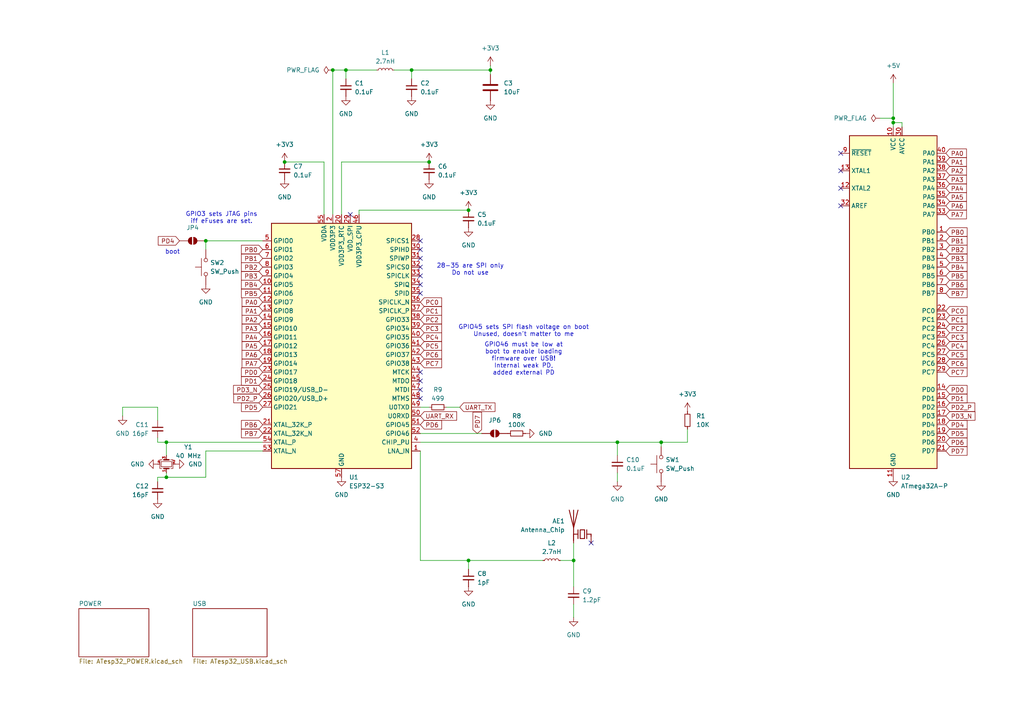
<source format=kicad_sch>
(kicad_sch (version 20231120) (generator "eeschema") (generator_version "8.0")
  (paper "A4")
  (lib_symbols
    (symbol "Device:Antenna_Chip" (pin_numbers hide) (pin_names (offset 1.016) hide)
      (property "Reference" "AE" (at 0 5.08 0))
      (property "Value" "Antenna_Chip" (at 0 3.175 0))
      (symbol "Antenna_Chip_0_1"
        (polyline (pts (xy -2.54 0) (xy -2.54 -0.635)) (stroke (width 0.254)))
        (polyline (pts (xy -2.54 0) (xy -1.27 0)) (stroke (width 0.254)))
        (polyline (pts (xy 1.27 0) (xy 2.54 0)) (stroke (width 0.254)))
        (polyline (pts (xy 1.27 1.27) (xy 1.27 -1.27)) (stroke (width 0.254)))
        (polyline (pts (xy 2.54 -0.635) (xy 2.54 0)))
        (polyline (pts (xy 2.54 6.985) (xy 2.54 -1.905)) (stroke (width 0.254)))
        (polyline (pts (xy -1.27 1.27) (xy -1.27 -1.27) (xy -1.27 0)) (stroke (width 0.254)))
        (polyline (pts (xy 3.81 6.985) (xy 2.54 1.905) (xy 1.27 6.985)) (stroke (width 0.254)))
        (polyline (pts (xy -0.635 1.27) (xy 0.635 1.27) (xy 0.635 -1.27) (xy -0.635 -1.27) (xy -0.635 1.27)) (stroke (width 0.254)))
      )
      (symbol "Antenna_Chip_1_1"
        (pin input line (at -2.54 -2.54 90) (length 2.54) (name "FEED") (number "1"))
        (pin passive line (at 2.54 -2.54 90) (length 2.54) (name "PCB_Trace") (number "2"))
      )
    )
    (symbol "Device:C" (pin_numbers hide) (pin_names (offset 0.254))
      (property "Reference" "C" (at 0.635 2.54 0))
      (property "Value" "C" (at 0.635 -2.54 0))
      (symbol "C_0_1"
        (polyline (pts (xy -2.032 -0.762) (xy 2.032 -0.762)) (stroke (width 0.508)))
        (polyline (pts (xy -2.032 0.762) (xy 2.032 0.762)) (stroke (width 0.508)))
      )
      (symbol "C_1_1"
        (pin passive line (at 0 3.81 270) (length 2.794) (name "~") (number "1"))
        (pin passive line (at 0 -3.81 90) (length 2.794) (name "~") (number "2"))
      )
    )
    (symbol "Device:C_Small" (pin_numbers hide) (pin_names (offset 0.254) hide)
      (property "Reference" "C" (at 0.254 1.778 0))
      (property "Value" "C_Small" (at 0.254 -2.032 0))
      (symbol "C_Small_0_1"
        (polyline (pts (xy -1.524 -0.508) (xy 1.524 -0.508)) (stroke (width 0.3302)))
        (polyline (pts (xy -1.524 0.508) (xy 1.524 0.508)) (stroke (width 0.3048)))
      )
      (symbol "C_Small_1_1"
        (pin passive line (at 0 2.54 270) (length 2.032) (name "~") (number "1"))
        (pin passive line (at 0 -2.54 90) (length 2.032) (name "~") (number "2"))
      )
    )
    (symbol "Device:Crystal_GND24_Small" (pin_names (offset 1.016) hide)
      (property "Reference" "Y" (at 1.27 4.445 0))
      (property "Value" "Crystal_GND24_Small" (at 1.27 2.54 0))
      (symbol "Crystal_GND24_Small_0_1"
        (rectangle (start -0.762 -1.524) (end 0.762 1.524))
        (polyline (pts (xy -1.27 -0.762) (xy -1.27 0.762)) (stroke (width 0.381)))
        (polyline (pts (xy 1.27 -0.762) (xy 1.27 0.762)) (stroke (width 0.381)))
        (polyline (pts (xy -1.27 -1.27) (xy -1.27 -1.905) (xy 1.27 -1.905) (xy 1.27 -1.27)))
        (polyline (pts (xy -1.27 1.27) (xy -1.27 1.905) (xy 1.27 1.905) (xy 1.27 1.27)))
      )
      (symbol "Crystal_GND24_Small_1_1"
        (pin passive line (at -2.54 0 0) (length 1.27) (name "1") (number "1"))
        (pin passive line (at 0 -2.54 90) (length 0.635) (name "2") (number "2"))
        (pin passive line (at 2.54 0 180) (length 1.27) (name "3") (number "3"))
        (pin passive line (at 0 2.54 270) (length 0.635) (name "4") (number "4"))
      )
    )
    (symbol "Device:L_Small" (pin_numbers hide) (pin_names (offset 0.254) hide)
      (property "Reference" "L" (at 0.762 1.016 0))
      (property "Value" "L_Small" (at 0.762 -1.016 0))
      (symbol "L_Small_0_1"
        (arc (start 0 -2.032) (mid 0.5058 -1.524) (end 0 -1.016))
        (arc (start 0 -1.016) (mid 0.5058 -0.508) (end 0 0))
        (arc (start 0 0) (mid 0.5058 0.508) (end 0 1.016))
        (arc (start 0 1.016) (mid 0.5058 1.524) (end 0 2.032))
      )
      (symbol "L_Small_1_1"
        (pin passive line (at 0 2.54 270) (length 0.508) (name "~") (number "1"))
        (pin passive line (at 0 -2.54 90) (length 0.508) (name "~") (number "2"))
      )
    )
    (symbol "Device:R_Small" (pin_numbers hide) (pin_names (offset 0.254) hide)
      (property "Reference" "R" (at 0.762 0.508 0))
      (property "Value" "R_Small" (at 0.762 -1.016 0))
      (symbol "R_Small_0_1"
        (rectangle (start -0.762 1.778) (end 0.762 -1.778) (stroke (width 0.2032)))
      )
      (symbol "R_Small_1_1"
        (pin passive line (at 0 2.54 270) (length 0.762) (name "~") (number "1"))
        (pin passive line (at 0 -2.54 90) (length 0.762) (name "~") (number "2"))
      )
    )
    (symbol "Jumper:SolderJumper_2_Open" (pin_numbers hide) (pin_names (offset 0) hide) (exclude_from_sim yes) (in_bom no)
      (property "Reference" "JP" (at 0 2.032 0))
      (property "Value" "SolderJumper_2_Open" (at 0 -2.54 0))
      (symbol "SolderJumper_2_Open_0_1"
        (arc (start -0.254 1.016) (mid -1.2656 0) (end -0.254 -1.016))
        (arc (start -0.254 1.016) (mid -1.2656 0) (end -0.254 -1.016) (fill (type outline)))
        (polyline (pts (xy -0.254 1.016) (xy -0.254 -1.016)))
        (polyline (pts (xy 0.254 1.016) (xy 0.254 -1.016)))
        (arc (start 0.254 -1.016) (mid 1.2656 0) (end 0.254 1.016))
        (arc (start 0.254 -1.016) (mid 1.2656 0) (end 0.254 1.016) (fill (type outline)))
      )
      (symbol "SolderJumper_2_Open_1_1"
        (pin passive line (at -3.81 0 0) (length 2.54) (name "A") (number "1"))
        (pin passive line (at 3.81 0 180) (length 2.54) (name "B") (number "2"))
      )
    )
    (symbol "MCU_Espressif:ESP32-S3"
      (property "Reference" "U" (at 10.16 -38.1 0))
      (property "Value" "ESP32-S3" (at 13.97 -40.64 0))
      (symbol "ESP32-S3_0_1"
        (rectangle (start -20.32 35.56) (end 20.32 -35.56) (stroke (width 0.254)) (fill (type background)))
      )
      (symbol "ESP32-S3_1_0"
        (pin bidirectional line (at 22.86 12.7 180) (length 2.54) (name "SPICLK_N") (number "36"))
        (pin bidirectional line (at 22.86 -10.16 180) (length 2.54) (name "MTDO") (number "45"))
        (pin bidirectional line (at 22.86 -22.86 180) (length 2.54) (name "GPIO45") (number "51"))
        (pin passive line (at -5.08 38.1 270) (length 2.54) hide (name "VDDA") (number "56"))
      )
      (symbol "ESP32-S3_1_1"
        (pin bidirectional line (at 22.86 -30.48 180) (length 2.54) (name "LNA_IN") (number "1"))
        (pin bidirectional line (at -22.86 17.78 0) (length 2.54) (name "GPIO5") (number "10"))
        (pin bidirectional line (at -22.86 15.24 0) (length 2.54) (name "GPIO6") (number "11"))
        (pin bidirectional line (at -22.86 12.7 0) (length 2.54) (name "GPIO7") (number "12"))
        (pin bidirectional line (at -22.86 10.16 0) (length 2.54) (name "GPIO8") (number "13"))
        (pin bidirectional line (at -22.86 7.62 0) (length 2.54) (name "GPIO9") (number "14"))
        (pin bidirectional line (at -22.86 5.08 0) (length 2.54) (name "GPIO10") (number "15"))
        (pin bidirectional line (at -22.86 2.54 0) (length 2.54) (name "GPIO11") (number "16"))
        (pin bidirectional line (at -22.86 0 0) (length 2.54) (name "GPIO12") (number "17"))
        (pin bidirectional line (at -22.86 -2.54 0) (length 2.54) (name "GPIO13") (number "18"))
        (pin bidirectional line (at -22.86 -5.08 0) (length 2.54) (name "GPIO14") (number "19"))
        (pin power_in line (at -2.54 38.1 270) (length 2.54) (name "VDD3P3") (number "2"))
        (pin power_in line (at 0 38.1 270) (length 2.54) (name "VDD3P3_RTC") (number "20"))
        (pin passive line (at -22.86 -22.86 0) (length 2.54) (name "XTAL_32K_P") (number "21"))
        (pin passive line (at -22.86 -25.4 0) (length 2.54) (name "XTAL_32K_N") (number "22"))
        (pin bidirectional line (at -22.86 -7.62 0) (length 2.54) (name "GPIO17") (number "23"))
        (pin bidirectional line (at -22.86 -10.16 0) (length 2.54) (name "GPIO18") (number "24"))
        (pin bidirectional line (at -22.86 -12.7 0) (length 2.54) (name "GPIO19/USB_D-") (number "25"))
        (pin bidirectional line (at -22.86 -15.24 0) (length 2.54) (name "GPIO20/USB_D+") (number "26"))
        (pin bidirectional line (at -22.86 -17.78 0) (length 2.54) (name "GPIO21") (number "27"))
        (pin bidirectional line (at 22.86 30.48 180) (length 2.54) (name "SPICS1") (number "28"))
        (pin power_in line (at 2.54 38.1 270) (length 2.54) (name "VDD_SPI") (number "29"))
        (pin passive line (at -2.54 38.1 270) (length 2.54) hide (name "VDD3P3") (number "3"))
        (pin bidirectional line (at 22.86 27.94 180) (length 2.54) (name "SPIHD") (number "30"))
        (pin bidirectional line (at 22.86 25.4 180) (length 2.54) (name "SPIWP") (number "31"))
        (pin bidirectional line (at 22.86 22.86 180) (length 2.54) (name "SPICS0") (number "32"))
        (pin bidirectional line (at 22.86 20.32 180) (length 2.54) (name "SPICLK") (number "33"))
        (pin bidirectional line (at 22.86 17.78 180) (length 2.54) (name "SPIQ") (number "34"))
        (pin bidirectional line (at 22.86 15.24 180) (length 2.54) (name "SPID") (number "35"))
        (pin bidirectional line (at 22.86 10.16 180) (length 2.54) (name "SPICLK_P") (number "37"))
        (pin bidirectional line (at 22.86 7.62 180) (length 2.54) (name "GPIO33") (number "38"))
        (pin bidirectional line (at 22.86 5.08 180) (length 2.54) (name "GPIO34") (number "39"))
        (pin input line (at 22.86 -27.94 180) (length 2.54) (name "CHIP_PU") (number "4"))
        (pin bidirectional line (at 22.86 2.54 180) (length 2.54) (name "GPIO35") (number "40"))
        (pin bidirectional line (at 22.86 0 180) (length 2.54) (name "GPIO36") (number "41"))
        (pin bidirectional line (at 22.86 -2.54 180) (length 2.54) (name "GPIO37") (number "42"))
        (pin bidirectional line (at 22.86 -5.08 180) (length 2.54) (name "GPIO38") (number "43"))
        (pin bidirectional line (at 22.86 -7.62 180) (length 2.54) (name "MTCK") (number "44"))
        (pin power_in line (at 5.08 38.1 270) (length 2.54) (name "VDD3P3_CPU") (number "46"))
        (pin bidirectional line (at 22.86 -12.7 180) (length 2.54) (name "MTDI") (number "47"))
        (pin bidirectional line (at 22.86 -15.24 180) (length 2.54) (name "MTMS") (number "48"))
        (pin bidirectional line (at 22.86 -17.78 180) (length 2.54) (name "U0TXD") (number "49"))
        (pin bidirectional line (at -22.86 30.48 0) (length 2.54) (name "GPIO0") (number "5"))
        (pin bidirectional line (at 22.86 -20.32 180) (length 2.54) (name "U0RXD") (number "50"))
        (pin bidirectional line (at 22.86 -25.4 180) (length 2.54) (name "GPIO46") (number "52"))
        (pin output line (at -22.86 -30.48 0) (length 2.54) (name "XTAL_N") (number "53"))
        (pin input line (at -22.86 -27.94 0) (length 2.54) (name "XTAL_P") (number "54"))
        (pin power_in line (at -5.08 38.1 270) (length 2.54) (name "VDDA") (number "55"))
        (pin power_in line (at 0 -38.1 90) (length 2.54) (name "GND") (number "57"))
        (pin bidirectional line (at -22.86 27.94 0) (length 2.54) (name "GPIO1") (number "6"))
        (pin bidirectional line (at -22.86 25.4 0) (length 2.54) (name "GPIO2") (number "7"))
        (pin bidirectional line (at -22.86 22.86 0) (length 2.54) (name "GPIO3") (number "8"))
        (pin bidirectional line (at -22.86 20.32 0) (length 2.54) (name "GPIO4") (number "9"))
      )
    )
    (symbol "MCU_Microchip_ATmega:ATmega32A-P"
      (property "Reference" "U" (at -12.7 49.53 0))
      (property "Value" "ATmega32A-P" (at 2.54 -49.53 0))
      (symbol "ATmega32A-P_0_1"
        (rectangle (start -12.7 -48.26) (end 12.7 48.26) (stroke (width 0.254)) (fill (type background)))
      )
      (symbol "ATmega32A-P_1_1"
        (pin bidirectional line (at 15.24 20.32 180) (length 2.54) (name "PB0") (number "1"))
        (pin power_in line (at 0 50.8 270) (length 2.54) (name "VCC") (number "10"))
        (pin power_in line (at 0 -50.8 90) (length 2.54) (name "GND") (number "11"))
        (pin output line (at -15.24 33.02 0) (length 2.54) (name "XTAL2") (number "12"))
        (pin input line (at -15.24 38.1 0) (length 2.54) (name "XTAL1") (number "13"))
        (pin bidirectional line (at 15.24 -25.4 180) (length 2.54) (name "PD0") (number "14"))
        (pin bidirectional line (at 15.24 -27.94 180) (length 2.54) (name "PD1") (number "15"))
        (pin bidirectional line (at 15.24 -30.48 180) (length 2.54) (name "PD2") (number "16"))
        (pin bidirectional line (at 15.24 -33.02 180) (length 2.54) (name "PD3") (number "17"))
        (pin bidirectional line (at 15.24 -35.56 180) (length 2.54) (name "PD4") (number "18"))
        (pin bidirectional line (at 15.24 -38.1 180) (length 2.54) (name "PD5") (number "19"))
        (pin bidirectional line (at 15.24 17.78 180) (length 2.54) (name "PB1") (number "2"))
        (pin bidirectional line (at 15.24 -40.64 180) (length 2.54) (name "PD6") (number "20"))
        (pin bidirectional line (at 15.24 -43.18 180) (length 2.54) (name "PD7") (number "21"))
        (pin bidirectional line (at 15.24 -2.54 180) (length 2.54) (name "PC0") (number "22"))
        (pin bidirectional line (at 15.24 -5.08 180) (length 2.54) (name "PC1") (number "23"))
        (pin bidirectional line (at 15.24 -7.62 180) (length 2.54) (name "PC2") (number "24"))
        (pin bidirectional line (at 15.24 -10.16 180) (length 2.54) (name "PC3") (number "25"))
        (pin bidirectional line (at 15.24 -12.7 180) (length 2.54) (name "PC4") (number "26"))
        (pin bidirectional line (at 15.24 -15.24 180) (length 2.54) (name "PC5") (number "27"))
        (pin bidirectional line (at 15.24 -17.78 180) (length 2.54) (name "PC6") (number "28"))
        (pin bidirectional line (at 15.24 -20.32 180) (length 2.54) (name "PC7") (number "29"))
        (pin bidirectional line (at 15.24 15.24 180) (length 2.54) (name "PB2") (number "3"))
        (pin power_in line (at 2.54 50.8 270) (length 2.54) (name "AVCC") (number "30"))
        (pin passive line (at 0 -50.8 90) (length 2.54) hide (name "GND") (number "31"))
        (pin passive line (at -15.24 27.94 0) (length 2.54) (name "AREF") (number "32"))
        (pin bidirectional line (at 15.24 25.4 180) (length 2.54) (name "PA7") (number "33"))
        (pin bidirectional line (at 15.24 27.94 180) (length 2.54) (name "PA6") (number "34"))
        (pin bidirectional line (at 15.24 30.48 180) (length 2.54) (name "PA5") (number "35"))
        (pin bidirectional line (at 15.24 33.02 180) (length 2.54) (name "PA4") (number "36"))
        (pin bidirectional line (at 15.24 35.56 180) (length 2.54) (name "PA3") (number "37"))
        (pin bidirectional line (at 15.24 38.1 180) (length 2.54) (name "PA2") (number "38"))
        (pin bidirectional line (at 15.24 40.64 180) (length 2.54) (name "PA1") (number "39"))
        (pin bidirectional line (at 15.24 12.7 180) (length 2.54) (name "PB3") (number "4"))
        (pin bidirectional line (at 15.24 43.18 180) (length 2.54) (name "PA0") (number "40"))
        (pin bidirectional line (at 15.24 10.16 180) (length 2.54) (name "PB4") (number "5"))
        (pin bidirectional line (at 15.24 7.62 180) (length 2.54) (name "PB5") (number "6"))
        (pin bidirectional line (at 15.24 5.08 180) (length 2.54) (name "PB6") (number "7"))
        (pin bidirectional line (at 15.24 2.54 180) (length 2.54) (name "PB7") (number "8"))
        (pin input line (at -15.24 43.18 0) (length 2.54) (name "~{RESET}") (number "9"))
      )
    )
    (symbol "Switch:SW_Push" (pin_numbers hide) (pin_names (offset 1.016) hide)
      (property "Reference" "SW" (at 1.27 2.54 0))
      (property "Value" "SW_Push" (at 0 -1.524 0))
      (symbol "SW_Push_0_1"
        (circle (center -2.032 0) (radius 0.508))
        (polyline (pts (xy 0 1.27) (xy 0 3.048)))
        (polyline (pts (xy 2.54 1.27) (xy -2.54 1.27)))
        (circle (center 2.032 0) (radius 0.508))
        (pin passive line (at -5.08 0 0) (length 2.54) (name "1") (number "1"))
        (pin passive line (at 5.08 0 180) (length 2.54) (name "2") (number "2"))
      )
    )
    (symbol "power:+3V3" (power) (pin_numbers hide) (pin_names (offset 0) hide)
      (property "Value" "+3V3" (at 0 3.556 0))
      (symbol "+3V3_0_1"
        (polyline (pts (xy -0.762 1.27) (xy 0 2.54)))
        (polyline (pts (xy 0 0) (xy 0 2.54)))
        (polyline (pts (xy 0 2.54) (xy 0.762 1.27)))
      )
      (symbol "+3V3_1_1"
        (pin power_in line (at 0 0 90) (length 0) (name "~") (number "1"))
      )
    )
    (symbol "power:+5V" (power) (pin_numbers hide) (pin_names (offset 0) hide)
      (property "Value" "+5V" (at 0 3.556 0))
      (symbol "+5V_0_1"
        (polyline (pts (xy -0.762 1.27) (xy 0 2.54)))
        (polyline (pts (xy 0 0) (xy 0 2.54)))
        (polyline (pts (xy 0 2.54) (xy 0.762 1.27)))
      )
      (symbol "+5V_1_1"
        (pin power_in line (at 0 0 90) (length 0) (name "~") (number "1"))
      )
    )
    (symbol "power:GND" (power) (pin_numbers hide) (pin_names (offset 0) hide)
      (property "Value" "GND" (at 0 -3.81 0))
      (symbol "GND_0_1"
        (polyline (pts (xy 0 0) (xy 0 -1.27) (xy 1.27 -1.27) (xy 0 -2.54) (xy -1.27 -1.27) (xy 0 -1.27)))
      )
      (symbol "GND_1_1"
        (pin power_in line (at 0 0 270) (length 0) (name "~") (number "1"))
      )
    )
    (symbol "power:PWR_FLAG" (power) (pin_numbers hide) (pin_names (offset 0) hide)
      (property "Value" "PWR_FLAG" (at 0 3.81 0))
      (symbol "PWR_FLAG_0_0"
        (pin power_out line (at 0 0 90) (length 0) (name "~") (number "1"))
      )
      (symbol "PWR_FLAG_0_1"
        (polyline (pts (xy 0 0) (xy 0 1.27) (xy -1.016 1.905) (xy 0 2.54) (xy 1.016 1.905) (xy 0 1.27)))
      )
    )
  )
  (junction (at 259.08 34.29))
  (junction (at 48.26 128.27))
  (junction (at 59.69 69.85))
  (junction (at 48.26 138.43))
  (junction (at 191.77 128.27))
  (junction (at 135.89 162.56))
  (junction (at 124.46 46.99))
  (junction (at 142.24 20.32))
  (junction (at 119.38 20.32))
  (junction (at 96.52 20.32))
  (junction (at 135.89 60.96))
  (junction (at 166.37 162.56))
  (junction (at 100.33 20.32))
  (junction (at 82.55 46.99))
  (junction (at 259.08 35.56))
  (junction (at 179.07 128.27))
  (no_connect (at 121.92 113.03))
  (no_connect (at 121.92 80.01))
  (no_connect (at 121.92 77.47))
  (no_connect (at 121.92 85.09))
  (no_connect (at 121.92 69.85))
  (no_connect (at 121.92 74.93))
  (no_connect (at 171.45 157.48))
  (no_connect (at 243.84 44.45))
  (no_connect (at 121.92 110.49))
  (no_connect (at 121.92 82.55))
  (no_connect (at 243.84 49.53))
  (no_connect (at 101.6 62.23))
  (no_connect (at 121.92 72.39))
  (no_connect (at 243.84 54.61))
  (no_connect (at 121.92 115.57))
  (no_connect (at 121.92 107.95))
  (no_connect (at 243.84 59.69))
  (wire (pts (xy 104.14 60.96) (xy 104.14 62.23)))
  (wire (pts (xy 191.77 128.27) (xy 191.77 129.54)))
  (wire (pts (xy 142.24 19.05) (xy 142.24 20.32)))
  (wire (pts (xy 135.89 60.96) (xy 104.14 60.96)))
  (wire (pts (xy 259.08 24.13) (xy 259.08 34.29)))
  (wire (pts (xy 124.46 118.11) (xy 121.92 118.11)))
  (wire (pts (xy 142.24 20.32) (xy 142.24 21.59)))
  (wire (pts (xy 96.52 20.32) (xy 100.33 20.32)))
  (wire (pts (xy 179.07 137.16) (xy 179.07 139.7)))
  (wire (pts (xy 100.33 20.32) (xy 109.22 20.32)))
  (wire (pts (xy 76.2 130.81) (xy 59.69 130.81)))
  (wire (pts (xy 45.72 128.27) (xy 48.26 128.27)))
  (wire (pts (xy 166.37 162.56) (xy 166.37 170.18)))
  (wire (pts (xy 45.72 138.43) (xy 48.26 138.43)))
  (wire (pts (xy 48.26 137.16) (xy 48.26 138.43)))
  (wire (pts (xy 191.77 128.27) (xy 199.39 128.27)))
  (wire (pts (xy 114.3 20.32) (xy 119.38 20.32)))
  (wire (pts (xy 59.69 69.85) (xy 76.2 69.85)))
  (wire (pts (xy 179.07 128.27) (xy 179.07 132.08)))
  (wire (pts (xy 166.37 175.26) (xy 166.37 179.07)))
  (wire (pts (xy 121.92 162.56) (xy 121.92 130.81)))
  (wire (pts (xy 48.26 128.27) (xy 48.26 132.08)))
  (wire (pts (xy 35.56 118.11) (xy 45.72 118.11)))
  (wire (pts (xy 119.38 20.32) (xy 142.24 20.32)))
  (wire (pts (xy 135.89 162.56) (xy 157.48 162.56)))
  (wire (pts (xy 121.92 125.73) (xy 139.7 125.73)))
  (wire (pts (xy 99.06 46.99) (xy 99.06 62.23)))
  (wire (pts (xy 124.46 46.99) (xy 99.06 46.99)))
  (wire (pts (xy 93.98 46.99) (xy 93.98 62.23)))
  (wire (pts (xy 35.56 118.11) (xy 35.56 120.65)))
  (wire (pts (xy 45.72 139.7) (xy 45.72 138.43)))
  (wire (pts (xy 259.08 35.56) (xy 259.08 36.83)))
  (wire (pts (xy 121.92 128.27) (xy 179.07 128.27)))
  (wire (pts (xy 59.69 72.39) (xy 59.69 69.85)))
  (wire (pts (xy 166.37 157.48) (xy 166.37 162.56)))
  (wire (pts (xy 261.62 35.56) (xy 259.08 35.56)))
  (wire (pts (xy 199.39 124.46) (xy 199.39 128.27)))
  (wire (pts (xy 121.92 162.56) (xy 135.89 162.56)))
  (wire (pts (xy 45.72 127) (xy 45.72 128.27)))
  (wire (pts (xy 179.07 128.27) (xy 191.77 128.27)))
  (wire (pts (xy 261.62 36.83) (xy 261.62 35.56)))
  (wire (pts (xy 48.26 138.43) (xy 59.69 138.43)))
  (wire (pts (xy 119.38 20.32) (xy 119.38 22.86)))
  (wire (pts (xy 100.33 20.32) (xy 100.33 22.86)))
  (wire (pts (xy 48.26 128.27) (xy 76.2 128.27)))
  (wire (pts (xy 45.72 118.11) (xy 45.72 121.92)))
  (wire (pts (xy 59.69 130.81) (xy 59.69 138.43)))
  (wire (pts (xy 259.08 34.29) (xy 259.08 35.56)))
  (wire (pts (xy 82.55 46.99) (xy 93.98 46.99)))
  (wire (pts (xy 162.56 162.56) (xy 166.37 162.56)))
  (wire (pts (xy 255.27 34.29) (xy 259.08 34.29)))
  (wire (pts (xy 135.89 162.56) (xy 135.89 165.1)))
  (wire (pts (xy 133.35 118.11) (xy 129.54 118.11)))
  (wire (pts (xy 96.52 20.32) (xy 96.52 62.23)))
  (text "GPIO45 sets SPI flash voltage on boot\nUnused, doesn't matter to me" (at 151.892 96.012 0) (effects (font (size 1.27 1.27))))
  (text "boot" (at 50.038 73.152 0) (effects (font (size 1.27 1.27))))
  (text "28-35 are SPI only\nDo not use" (at 136.398 78.232 0) (effects (font (size 1.27 1.27))))
  (text "GPIO3 sets JTAG pins\niff eFuses are set." (at 64.262 63.246 0) (effects (font (size 1.27 1.27))))
  (text "GPIO46 must be low at\nboot to enable loading\nfirmware over USB!\nInternal weak PD,\nadded external PD" (at 151.892 104.14 0) (effects (font (size 1.27 1.27))))
  (global_label "PB0" (shape input) (at 274.32 67.31 0) (property "Intersheetrefs" "${INTERSHEET_REFS}" (effects (hide yes))))
  (global_label "PA6" (shape input) (at 274.32 59.69 0) (property "Intersheetrefs" "${INTERSHEET_REFS}" (effects (hide yes))))
  (global_label "PD5" (shape input) (at 274.32 125.73 0) (property "Intersheetrefs" "${INTERSHEET_REFS}" (effects (hide yes))))
  (global_label "UART_TX" (shape input) (at 133.35 118.11 0) (property "Intersheetrefs" "${INTERSHEET_REFS}" (effects (hide yes))))
  (global_label "PB6" (shape input) (at 76.2 123.19 180) (property "Intersheetrefs" "${INTERSHEET_REFS}" (effects (hide yes))))
  (global_label "PB3" (shape input) (at 274.32 74.93 0) (property "Intersheetrefs" "${INTERSHEET_REFS}" (effects (hide yes))))
  (global_label "PD1" (shape input) (at 76.2 110.49 180) (property "Intersheetrefs" "${INTERSHEET_REFS}" (effects (hide yes))))
  (global_label "PA1" (shape input) (at 274.32 46.99 0) (property "Intersheetrefs" "${INTERSHEET_REFS}" (effects (hide yes))))
  (global_label "PC0" (shape input) (at 274.32 90.17 0) (property "Intersheetrefs" "${INTERSHEET_REFS}" (effects (hide yes))))
  (global_label "PB5" (shape input) (at 274.32 80.01 0) (property "Intersheetrefs" "${INTERSHEET_REFS}" (effects (hide yes))))
  (global_label "PC1" (shape input) (at 274.32 92.71 0) (property "Intersheetrefs" "${INTERSHEET_REFS}" (effects (hide yes))))
  (global_label "PB0" (shape input) (at 76.2 72.39 180) (property "Intersheetrefs" "${INTERSHEET_REFS}" (effects (hide yes))))
  (global_label "PA5" (shape input) (at 274.32 57.15 0) (property "Intersheetrefs" "${INTERSHEET_REFS}" (effects (hide yes))))
  (global_label "PB2" (shape input) (at 76.2 77.47 180) (property "Intersheetrefs" "${INTERSHEET_REFS}" (effects (hide yes))))
  (global_label "PB2" (shape input) (at 274.32 72.39 0) (property "Intersheetrefs" "${INTERSHEET_REFS}" (effects (hide yes))))
  (global_label "PC4" (shape input) (at 274.32 100.33 0) (property "Intersheetrefs" "${INTERSHEET_REFS}" (effects (hide yes))))
  (global_label "PD6" (shape input) (at 274.32 128.27 0) (property "Intersheetrefs" "${INTERSHEET_REFS}" (effects (hide yes))))
  (global_label "PC3" (shape input) (at 121.92 95.25 0) (property "Intersheetrefs" "${INTERSHEET_REFS}" (effects (hide yes))))
  (global_label "PD6" (shape input) (at 121.92 123.19 0) (property "Intersheetrefs" "${INTERSHEET_REFS}" (effects (hide yes))))
  (global_label "PC7" (shape input) (at 274.32 107.95 0) (property "Intersheetrefs" "${INTERSHEET_REFS}" (effects (hide yes))))
  (global_label "PA3" (shape input) (at 274.32 52.07 0) (property "Intersheetrefs" "${INTERSHEET_REFS}" (effects (hide yes))))
  (global_label "PB3" (shape input) (at 76.2 80.01 180) (property "Intersheetrefs" "${INTERSHEET_REFS}" (effects (hide yes))))
  (global_label "PA1" (shape input) (at 76.2 90.17 180) (property "Intersheetrefs" "${INTERSHEET_REFS}" (effects (hide yes))))
  (global_label "PC5" (shape input) (at 274.32 102.87 0) (property "Intersheetrefs" "${INTERSHEET_REFS}" (effects (hide yes))))
  (global_label "PA0" (shape input) (at 274.32 44.45 0) (property "Intersheetrefs" "${INTERSHEET_REFS}" (effects (hide yes))))
  (global_label "PC2" (shape input) (at 274.32 95.25 0) (property "Intersheetrefs" "${INTERSHEET_REFS}" (effects (hide yes))))
  (global_label "PD2_P" (shape input) (at 76.2 115.57 180) (property "Intersheetrefs" "${INTERSHEET_REFS}" (effects (hide yes))))
  (global_label "PB7" (shape input) (at 274.32 85.09 0) (property "Intersheetrefs" "${INTERSHEET_REFS}" (effects (hide yes))))
  (global_label "PD4" (shape input) (at 52.07 69.85 180) (property "Intersheetrefs" "${INTERSHEET_REFS}" (effects (hide yes))))
  (global_label "PA0" (shape input) (at 76.2 87.63 180) (property "Intersheetrefs" "${INTERSHEET_REFS}" (effects (hide yes))))
  (global_label "PC4" (shape input) (at 121.92 97.79 0) (property "Intersheetrefs" "${INTERSHEET_REFS}" (effects (hide yes))))
  (global_label "PB4" (shape input) (at 76.2 82.55 180) (property "Intersheetrefs" "${INTERSHEET_REFS}" (effects (hide yes))))
  (global_label "PA2" (shape input) (at 76.2 92.71 180) (property "Intersheetrefs" "${INTERSHEET_REFS}" (effects (hide yes))))
  (global_label "PD1" (shape input) (at 274.32 115.57 0) (property "Intersheetrefs" "${INTERSHEET_REFS}" (effects (hide yes))))
  (global_label "PA6" (shape input) (at 76.2 102.87 180) (property "Intersheetrefs" "${INTERSHEET_REFS}" (effects (hide yes))))
  (global_label "PC6" (shape input) (at 121.92 102.87 0) (property "Intersheetrefs" "${INTERSHEET_REFS}" (effects (hide yes))))
  (global_label "PD2_P" (shape input) (at 274.32 118.11 0) (property "Intersheetrefs" "${INTERSHEET_REFS}" (effects (hide yes))))
  (global_label "PA5" (shape input) (at 76.2 100.33 180) (property "Intersheetrefs" "${INTERSHEET_REFS}" (effects (hide yes))))
  (global_label "PC7" (shape input) (at 121.92 105.41 0) (property "Intersheetrefs" "${INTERSHEET_REFS}" (effects (hide yes))))
  (global_label "PB1" (shape input) (at 274.32 69.85 0) (property "Intersheetrefs" "${INTERSHEET_REFS}" (effects (hide yes))))
  (global_label "PD4" (shape input) (at 274.32 123.19 0) (property "Intersheetrefs" "${INTERSHEET_REFS}" (effects (hide yes))))
  (global_label "PB6" (shape input) (at 274.32 82.55 0) (property "Intersheetrefs" "${INTERSHEET_REFS}" (effects (hide yes))))
  (global_label "UART_RX" (shape input) (at 121.92 120.65 0) (property "Intersheetrefs" "${INTERSHEET_REFS}" (effects (hide yes))))
  (global_label "PA3" (shape input) (at 76.2 95.25 180) (property "Intersheetrefs" "${INTERSHEET_REFS}" (effects (hide yes))))
  (global_label "PC1" (shape input) (at 121.92 90.17 0) (property "Intersheetrefs" "${INTERSHEET_REFS}" (effects (hide yes))))
  (global_label "PC0" (shape input) (at 121.92 87.63 0) (property "Intersheetrefs" "${INTERSHEET_REFS}" (effects (hide yes))))
  (global_label "PA7" (shape input) (at 76.2 105.41 180) (property "Intersheetrefs" "${INTERSHEET_REFS}" (effects (hide yes))))
  (global_label "PD5" (shape input) (at 76.2 118.11 180) (property "Intersheetrefs" "${INTERSHEET_REFS}" (effects (hide yes))))
  (global_label "PD3_N" (shape input) (at 274.32 120.65 0) (property "Intersheetrefs" "${INTERSHEET_REFS}" (effects (hide yes))))
  (global_label "PD0" (shape input) (at 76.2 107.95 180) (property "Intersheetrefs" "${INTERSHEET_REFS}" (effects (hide yes))))
  (global_label "PC2" (shape input) (at 121.92 92.71 0) (property "Intersheetrefs" "${INTERSHEET_REFS}" (effects (hide yes))))
  (global_label "PA2" (shape input) (at 274.32 49.53 0) (property "Intersheetrefs" "${INTERSHEET_REFS}" (effects (hide yes))))
  (global_label "PC5" (shape input) (at 121.92 100.33 0) (property "Intersheetrefs" "${INTERSHEET_REFS}" (effects (hide yes))))
  (global_label "PD7" (shape input) (at 138.43 125.73 90) (property "Intersheetrefs" "${INTERSHEET_REFS}" (effects (hide yes))))
  (global_label "PB4" (shape input) (at 274.32 77.47 0) (property "Intersheetrefs" "${INTERSHEET_REFS}" (effects (hide yes))))
  (global_label "PA4" (shape input) (at 76.2 97.79 180) (property "Intersheetrefs" "${INTERSHEET_REFS}" (effects (hide yes))))
  (global_label "PA4" (shape input) (at 274.32 54.61 0) (property "Intersheetrefs" "${INTERSHEET_REFS}" (effects (hide yes))))
  (global_label "PA7" (shape input) (at 274.32 62.23 0) (property "Intersheetrefs" "${INTERSHEET_REFS}" (effects (hide yes))))
  (global_label "PB7" (shape input) (at 76.2 125.73 180) (property "Intersheetrefs" "${INTERSHEET_REFS}" (effects (hide yes))))
  (global_label "PB1" (shape input) (at 76.2 74.93 180) (property "Intersheetrefs" "${INTERSHEET_REFS}" (effects (hide yes))))
  (global_label "PD7" (shape input) (at 274.32 130.81 0) (property "Intersheetrefs" "${INTERSHEET_REFS}" (effects (hide yes))))
  (global_label "PC3" (shape input) (at 274.32 97.79 0) (property "Intersheetrefs" "${INTERSHEET_REFS}" (effects (hide yes))))
  (global_label "PD3_N" (shape input) (at 76.2 113.03 180) (property "Intersheetrefs" "${INTERSHEET_REFS}" (effects (hide yes))))
  (global_label "PB5" (shape input) (at 76.2 85.09 180) (property "Intersheetrefs" "${INTERSHEET_REFS}" (effects (hide yes))))
  (global_label "PC6" (shape input) (at 274.32 105.41 0) (property "Intersheetrefs" "${INTERSHEET_REFS}" (effects (hide yes))))
  (global_label "PD0" (shape input) (at 274.32 113.03 0) (property "Intersheetrefs" "${INTERSHEET_REFS}" (effects (hide yes))))
  (symbol (lib_id "power:GND") (at 135.89 66.04 0) (unit 1)
    (property "Reference" "#PWR014" (effects (hide yes)))
    (property "Value" "GND" (at 135.89 71.12 0))
    (property "Description" "Power symbol creates a global label with name \"GND\" , ground" (effects (hide yes)))
  )
  (symbol (lib_id "power:GND") (at 142.24 29.21 0) (unit 1)
    (property "Reference" "#PWR012" (effects (hide yes)))
    (property "Value" "GND" (at 142.24 34.29 0))
    (property "Description" "Power symbol creates a global label with name \"GND\" , ground" (effects (hide yes)))
  )
  (symbol (lib_id "Device:C_Small") (at 135.89 63.5 0) (unit 1)
    (property "Reference" "C5" (at 138.43 62.2362 0) (effects (justify left)))
    (property "Value" "0.1uF" (at 138.43 64.7762 0) (effects (justify left)))
    (property "Footprint" "Capacitor_SMD:C_0402_1005Metric" (effects (hide yes)))
    (property "Description" "Unpolarized capacitor, small symbol" (effects (hide yes)))
  )
  (symbol (lib_id "Device:Antenna_Chip") (at 168.91 154.94 0) (mirror y) (unit 1)
    (property "Reference" "AE1" (at 163.83 151.1299 0) (effects (justify left)))
    (property "Value" "Antenna_Chip" (at 163.83 153.6699 0) (effects (justify left)))
    (property "Footprint" "RF_Antenna:Johanson_2450AT18x100" (effects (hide yes)))
    (property "Description" "Ceramic chip antenna with pin for PCB trace" (effects (hide yes)))
    (property "DigiKey" "712-2450AT18B0100001ECT-ND" (effects (hide yes)))
  )
  (symbol (lib_id "Device:Crystal_GND24_Small") (at 48.26 134.62 90) (unit 1)
    (property "Reference" "Y1" (at 54.61 129.6668 90))
    (property "Value" "40 MHz" (at 54.61 132.2068 90))
    (property "Footprint" "Crystal:Crystal_SMD_Abracon_ABM8G-4Pin_3.2x2.5mm" (effects (hide yes)))
    (property "Description" "Four pin crystal, GND on pins 2 and 4, small symbol" (effects (hide yes)))
    (property "DigiKey" "535-14086-1-ND" (effects (hide yes)))
  )
  (symbol (lib_id "power:GND") (at 191.77 139.7 0) (unit 1)
    (property "Reference" "#PWR020" (effects (hide yes)))
    (property "Value" "GND" (at 191.77 144.78 0))
    (property "Description" "Power symbol creates a global label with name \"GND\" , ground" (effects (hide yes)))
  )
  (symbol (lib_id "power:GND") (at 166.37 179.07 0) (unit 1)
    (property "Reference" "#PWR018" (effects (hide yes)))
    (property "Value" "GND" (at 166.37 184.15 0))
    (property "Description" "Power symbol creates a global label with name \"GND\" , ground" (effects (hide yes)))
  )
  (symbol (lib_id "Device:C_Small") (at 119.38 25.4 0) (unit 1)
    (property "Reference" "C2" (at 121.92 24.1362 0) (effects (justify left)))
    (property "Value" "0.1uF" (at 121.92 26.6762 0) (effects (justify left)))
    (property "Footprint" "Capacitor_SMD:C_0402_1005Metric" (effects (hide yes)))
    (property "Description" "Unpolarized capacitor, small symbol" (effects (hide yes)))
  )
  (symbol (lib_id "power:GND") (at 119.38 27.94 0) (unit 1)
    (property "Reference" "#PWR011" (effects (hide yes)))
    (property "Value" "GND" (at 119.38 33.02 0))
    (property "Description" "Power symbol creates a global label with name \"GND\" , ground" (effects (hide yes)))
  )
  (symbol (lib_id "power:GND") (at 82.55 52.07 0) (unit 1)
    (property "Reference" "#PWR016" (effects (hide yes)))
    (property "Value" "GND" (at 82.55 57.15 0))
    (property "Description" "Power symbol creates a global label with name \"GND\" , ground" (effects (hide yes)))
  )
  (symbol (lib_id "power:GND") (at 124.46 52.07 0) (unit 1)
    (property "Reference" "#PWR015" (effects (hide yes)))
    (property "Value" "GND" (at 124.46 57.15 0))
    (property "Description" "Power symbol creates a global label with name \"GND\" , ground" (effects (hide yes)))
  )
  (symbol (lib_id "power:PWR_FLAG") (at 96.52 20.32 90) (unit 1)
    (property "Reference" "#FLG05" (effects (hide yes)))
    (property "Value" "PWR_FLAG" (at 92.71 20.3199 90) (effects (justify left)))
    (property "Description" "Special symbol for telling ERC where power comes from" (effects (hide yes)))
  )
  (symbol (lib_id "MCU_Microchip_ATmega:ATmega32A-P") (at 259.08 87.63 0) (unit 1)
    (property "Reference" "U2" (at 261.2741 138.43 0) (effects (justify left)))
    (property "Value" "ATmega32A-P" (at 261.2741 140.97 0) (effects (justify left)))
    (property "Footprint" "Package_DIP:DIP-40_W15.24mm" (effects (hide yes)))
    (property "Datasheet" "http://ww1.microchip.com/downloads/en/DeviceDoc/atmel-8155-8-bit-microcontroller-avr-atmega32a_datasheet.pdf" (effects (hide yes)))
    (property "Description" "16MHz, 32kB Flash, 2kB SRAM, 1kB EEPROM, JTAG, DIP-40" (effects (hide yes)))
  )
  (symbol (lib_id "Jumper:SolderJumper_2_Open") (at 143.51 125.73 0) (unit 1) (exclude_from_sim yes) (in_bom no)
    (property "Reference" "JP6" (at 143.51 121.92 0))
    (property "Value" "SolderJumper_2_Open" (effects (hide yes)))
    (property "Footprint" "Jumper:SolderJumper-2_P1.3mm_Open_RoundedPad1.0x1.5mm" (effects (hide yes)))
    (property "Description" "Solder Jumper, 2-pole, open" (effects (hide yes)))
  )
  (symbol (lib_id "power:GND") (at 59.69 82.55 0) (unit 1)
    (property "Reference" "#PWR035" (effects (hide yes)))
    (property "Value" "GND" (at 59.69 87.63 0))
    (property "Description" "Power symbol creates a global label with name \"GND\" , ground" (effects (hide yes)))
  )
  (symbol (lib_id "power:GND") (at 179.07 139.7 0) (unit 1)
    (property "Reference" "#PWR021" (effects (hide yes)))
    (property "Value" "GND" (at 179.07 144.78 0))
    (property "Description" "Power symbol creates a global label with name \"GND\" , ground" (effects (hide yes)))
  )
  (symbol (lib_id "Device:C_Small") (at 45.72 124.46 0) (mirror y) (unit 1)
    (property "Reference" "C11" (at 43.18 123.1962 0) (effects (justify left)))
    (property "Value" "16pF" (at 43.18 125.7362 0) (effects (justify left)))
    (property "Footprint" "Capacitor_SMD:C_0603_1608Metric" (effects (hide yes)))
    (property "Description" "Unpolarized capacitor, small symbol" (effects (hide yes)))
  )
  (symbol (lib_id "MCU_Espressif:ESP32-S3") (at 99.06 100.33 0) (unit 1)
    (property "Reference" "U1" (at 101.2541 138.43 0) (effects (justify left)))
    (property "Value" "ESP32-S3" (at 101.2541 140.97 0) (effects (justify left)))
    (property "Footprint" "Package_DFN_QFN:QFN-56-1EP_7x7mm_P0.4mm_EP4x4mm" (effects (hide yes)))
    (property "Datasheet" "https://www.espressif.com/sites/default/files/documentation/esp32-s3_datasheet_en.pdf" (effects (hide yes)))
    (property "Description" "Microcontroller, Wi-Fi 802.11b/g/n, Bluetooth, 32bit" (effects (hide yes)))
  )
  (symbol (lib_id "power:+3V3") (at 199.39 119.38 0) (unit 1)
    (property "Reference" "#PWR019" (effects (hide yes)))
    (property "Value" "+3V3" (at 199.39 114.3 0))
    (property "Description" "Power symbol creates a global label with name \"+3V3\"" (effects (hide yes)))
  )
  (symbol (lib_id "Device:C_Small") (at 166.37 172.72 0) (unit 1)
    (property "Reference" "C9" (at 168.91 171.4562 0) (effects (justify left)))
    (property "Value" "1.2pF" (at 168.91 173.9962 0) (effects (justify left)))
    (property "Footprint" "Capacitor_SMD:C_0603_1608Metric" (effects (hide yes)))
    (property "Description" "Unpolarized capacitor, small symbol" (effects (hide yes)))
    (property "DigiKey" "13-AQ0603ARNPO9BN1R2CT-ND" (effects (hide yes)))
  )
  (symbol (lib_id "Device:L_Small") (at 111.76 20.32 90) (unit 1)
    (property "Reference" "L1" (at 111.76 15.24 90))
    (property "Value" "2.7nH" (at 111.76 17.78 90))
    (property "Footprint" "Inductor_SMD:L_0603_1608Metric" (effects (hide yes)))
    (property "Description" "Inductor, small symbol" (effects (hide yes)))
    (property "DigiKey" "495-B82496C3279Z000CT-ND" (effects (hide yes)))
  )
  (symbol (lib_id "Device:C") (at 142.24 25.4 0) (unit 1)
    (property "Reference" "C3" (at 146.05 24.1299 0) (effects (justify left)))
    (property "Value" "10uF" (at 146.05 26.6699 0) (effects (justify left)))
    (property "Footprint" "Capacitor_SMD:C_0402_1005Metric" (effects (hide yes)))
    (property "Description" "Unpolarized capacitor" (effects (hide yes)))
  )
  (symbol (lib_id "Device:C_Small") (at 124.46 49.53 0) (unit 1)
    (property "Reference" "C6" (at 127 48.2662 0) (effects (justify left)))
    (property "Value" "0.1uF" (at 127 50.8062 0) (effects (justify left)))
    (property "Footprint" "Capacitor_SMD:C_0402_1005Metric" (effects (hide yes)))
    (property "Description" "Unpolarized capacitor, small symbol" (effects (hide yes)))
  )
  (symbol (lib_id "Device:C_Small") (at 100.33 25.4 0) (unit 1)
    (property "Reference" "C1" (at 102.87 24.1362 0) (effects (justify left)))
    (property "Value" "0.1uF" (at 102.87 26.6762 0) (effects (justify left)))
    (property "Footprint" "Capacitor_SMD:C_0402_1005Metric" (effects (hide yes)))
    (property "Description" "Unpolarized capacitor, small symbol" (effects (hide yes)))
  )
  (symbol (lib_id "power:GND") (at 135.89 170.18 0) (unit 1)
    (property "Reference" "#PWR017" (effects (hide yes)))
    (property "Value" "GND" (at 135.89 175.26 0))
    (property "Description" "Power symbol creates a global label with name \"GND\" , ground" (effects (hide yes)))
  )
  (symbol (lib_id "power:+3V3") (at 82.55 46.99 0) (unit 1)
    (property "Reference" "#PWR07" (effects (hide yes)))
    (property "Value" "+3V3" (at 82.55 41.91 0))
    (property "Description" "Power symbol creates a global label with name \"+3V3\"" (effects (hide yes)))
  )
  (symbol (lib_id "Jumper:SolderJumper_2_Open") (at 55.88 69.85 0) (unit 1) (exclude_from_sim yes) (in_bom no)
    (property "Reference" "JP4" (at 55.88 66.04 0))
    (property "Value" "SolderJumper_2_Open" (effects (hide yes)))
    (property "Footprint" "Jumper:SolderJumper-2_P1.3mm_Open_RoundedPad1.0x1.5mm" (effects (hide yes)))
    (property "Description" "Solder Jumper, 2-pole, open" (effects (hide yes)))
  )
  (symbol (lib_id "power:GND") (at 35.56 120.65 0) (mirror y) (unit 1)
    (property "Reference" "#PWR024" (effects (hide yes)))
    (property "Value" "GND" (at 35.56 125.73 0))
    (property "Description" "Power symbol creates a global label with name \"GND\" , ground" (effects (hide yes)))
  )
  (symbol (lib_id "Switch:SW_Push") (at 191.77 134.62 90) (unit 1)
    (property "Reference" "SW1" (at 193.04 133.3499 90) (effects (justify right)))
    (property "Value" "SW_Push" (at 193.04 135.8899 90) (effects (justify right)))
    (property "Footprint" "Button_Switch_SMD:SW_Push_1P1T_NO_CK_KMR2" (effects (hide yes)))
    (property "Description" "Push button switch, generic, two pins" (effects (hide yes)))
  )
  (symbol (lib_id "power:+3V3") (at 135.89 60.96 0) (unit 1)
    (property "Reference" "#PWR09" (effects (hide yes)))
    (property "Value" "+3V3" (at 135.89 55.88 0))
    (property "Description" "Power symbol creates a global label with name \"+3V3\"" (effects (hide yes)))
  )
  (symbol (lib_id "Device:C_Small") (at 82.55 49.53 0) (unit 1)
    (property "Reference" "C7" (at 85.09 48.2662 0) (effects (justify left)))
    (property "Value" "0.1uF" (at 85.09 50.8062 0) (effects (justify left)))
    (property "Footprint" "Capacitor_SMD:C_0402_1005Metric" (effects (hide yes)))
    (property "Description" "Unpolarized capacitor, small symbol" (effects (hide yes)))
  )
  (symbol (lib_id "power:GND") (at 45.72 144.78 0) (mirror y) (unit 1)
    (property "Reference" "#PWR023" (effects (hide yes)))
    (property "Value" "GND" (at 45.72 149.86 0))
    (property "Description" "Power symbol creates a global label with name \"GND\" , ground" (effects (hide yes)))
  )
  (symbol (lib_id "power:GND") (at 50.8 134.62 90) (mirror x) (unit 1)
    (property "Reference" "#PWR041" (effects (hide yes)))
    (property "Value" "GND" (at 54.61 134.6199 90) (effects (justify right)))
    (property "Description" "Power symbol creates a global label with name \"GND\" , ground" (effects (hide yes)))
  )
  (symbol (lib_id "power:PWR_FLAG") (at 255.27 34.29 90) (unit 1)
    (property "Reference" "#FLG01" (effects (hide yes)))
    (property "Value" "PWR_FLAG" (at 251.46 34.2899 90) (effects (justify left)))
    (property "Description" "Special symbol for telling ERC where power comes from" (effects (hide yes)))
  )
  (symbol (lib_id "power:+3V3") (at 124.46 46.99 0) (unit 1)
    (property "Reference" "#PWR08" (effects (hide yes)))
    (property "Value" "+3V3" (at 124.46 41.91 0))
    (property "Description" "Power symbol creates a global label with name \"+3V3\"" (effects (hide yes)))
  )
  (symbol (lib_id "Device:C_Small") (at 135.89 167.64 0) (unit 1)
    (property "Reference" "C8" (at 138.43 166.3762 0) (effects (justify left)))
    (property "Value" "1pF" (at 138.43 168.9162 0) (effects (justify left)))
    (property "Footprint" "Capacitor_SMD:C_0603_1608Metric" (effects (hide yes)))
    (property "Description" "Unpolarized capacitor, small symbol" (effects (hide yes)))
    (property "DigiKey" "13-AQ0603ARNPO9BN1R0CT-ND" (effects (hide yes)))
  )
  (symbol (lib_id "power:GND") (at 259.08 138.43 0) (unit 1)
    (property "Reference" "#PWR06" (effects (hide yes)))
    (property "Value" "GND" (at 259.08 143.51 0))
    (property "Description" "Power symbol creates a global label with name \"GND\" , ground" (effects (hide yes)))
  )
  (symbol (lib_id "power:+5V") (at 259.08 24.13 0) (unit 1)
    (property "Reference" "#PWR05" (effects (hide yes)))
    (property "Value" "+5V" (at 259.08 19.05 0))
    (property "Description" "Power symbol creates a global label with name \"+5V\"" (effects (hide yes)))
  )
  (symbol (lib_id "power:+3V3") (at 142.24 19.05 0) (unit 1)
    (property "Reference" "#PWR039" (effects (hide yes)))
    (property "Value" "+3V3" (at 142.24 13.97 0))
    (property "Description" "Power symbol creates a global label with name \"+3V3\"" (effects (hide yes)))
  )
  (symbol (lib_id "Device:C_Small") (at 45.72 142.24 0) (mirror y) (unit 1)
    (property "Reference" "C12" (at 43.18 140.9762 0) (effects (justify left)))
    (property "Value" "16pF" (at 43.18 143.5162 0) (effects (justify left)))
    (property "Footprint" "Capacitor_SMD:C_0603_1608Metric" (effects (hide yes)))
    (property "Description" "Unpolarized capacitor, small symbol" (effects (hide yes)))
  )
  (symbol (lib_id "power:GND") (at 99.06 138.43 0) (unit 1)
    (property "Reference" "#PWR01" (effects (hide yes)))
    (property "Value" "GND" (at 99.06 143.51 0))
    (property "Description" "Power symbol creates a global label with name \"GND\" , ground" (effects (hide yes)))
  )
  (symbol (lib_id "power:GND") (at 152.4 125.73 90) (unit 1)
    (property "Reference" "#PWR036" (effects (hide yes)))
    (property "Value" "GND" (at 156.21 125.7299 90) (effects (justify right)))
    (property "Description" "Power symbol creates a global label with name \"GND\" , ground" (effects (hide yes)))
  )
  (symbol (lib_id "Device:R_Small") (at 149.86 125.73 90) (unit 1)
    (property "Reference" "R8" (at 149.86 120.65 90))
    (property "Value" "100K" (at 149.86 123.19 90))
    (property "Footprint" "Resistor_SMD:R_0402_1005Metric" (effects (hide yes)))
    (property "Description" "Resistor, small symbol" (effects (hide yes)))
  )
  (symbol (lib_id "Device:R_Small") (at 127 118.11 90) (unit 1)
    (property "Reference" "R9" (at 127 113.03 90))
    (property "Value" "499" (at 127 115.57 90))
    (property "Footprint" "Resistor_SMD:R_0402_1005Metric" (effects (hide yes)))
    (property "Description" "Resistor, small symbol" (effects (hide yes)))
  )
  (symbol (lib_id "Device:R_Small") (at 199.39 121.92 0) (unit 1)
    (property "Reference" "R1" (at 201.93 120.6499 0) (effects (justify left)))
    (property "Value" "10K" (at 201.93 123.1899 0) (effects (justify left)))
    (property "Footprint" "Resistor_SMD:R_0402_1005Metric" (effects (hide yes)))
    (property "Description" "Resistor, small symbol" (effects (hide yes)))
  )
  (symbol (lib_id "power:GND") (at 45.72 134.62 270) (mirror x) (unit 1)
    (property "Reference" "#PWR040" (effects (hide yes)))
    (property "Value" "GND" (at 41.91 134.6199 90) (effects (justify right)))
    (property "Description" "Power symbol creates a global label with name \"GND\" , ground" (effects (hide yes)))
  )
  (symbol (lib_id "Switch:SW_Push") (at 59.69 77.47 90) (unit 1)
    (property "Reference" "SW2" (at 60.96 76.1999 90) (effects (justify right)))
    (property "Value" "SW_Push" (at 60.96 78.7399 90) (effects (justify right)))
    (property "Footprint" "Button_Switch_SMD:SW_Push_1P1T_NO_CK_KMR2" (effects (hide yes)))
    (property "Description" "Push button switch, generic, two pins" (effects (hide yes)))
  )
  (symbol (lib_id "power:GND") (at 100.33 27.94 0) (unit 1)
    (property "Reference" "#PWR010" (effects (hide yes)))
    (property "Value" "GND" (at 100.33 33.02 0))
    (property "Description" "Power symbol creates a global label with name \"GND\" , ground" (effects (hide yes)))
  )
  (symbol (lib_id "Device:C_Small") (at 179.07 134.62 0) (unit 1)
    (property "Reference" "C10" (at 181.61 133.3562 0) (effects (justify left)))
    (property "Value" "0.1uF" (at 181.61 135.8962 0) (effects (justify left)))
    (property "Footprint" "Capacitor_SMD:C_0402_1005Metric" (effects (hide yes)))
    (property "Description" "Unpolarized capacitor, small symbol" (effects (hide yes)))
  )
  (symbol (lib_id "Device:L_Small") (at 160.02 162.56 90) (unit 1)
    (property "Reference" "L2" (at 160.02 157.48 90))
    (property "Value" "2.7nH" (at 160.02 160.02 90))
    (property "Footprint" "Inductor_SMD:L_0603_1608Metric" (effects (hide yes)))
    (property "Description" "Inductor, small symbol" (effects (hide yes)))
    (property "DigiKey" "495-B82496C3279Z000CT-ND" (effects (hide yes)))
  )
  (sheet (at 55.88 176.53) (size 21.59 13.97) (stroke (width 0.1524))
    (property "Sheetname" "USB" (at 55.88 175.8184 0) (effects (justify left bottom)))
    (property "Sheetfile" "ATesp32_USB.kicad_sch" (at 55.88 191.0846 0) (effects (justify left top)))
  )
  (sheet (at 22.86 176.53) (size 20.32 13.97) (stroke (width 0.1524))
    (property "Sheetname" "POWER" (at 22.86 175.8184 0) (effects (justify left bottom)))
    (property "Sheetfile" "ATesp32_POWER.kicad_sch" (at 22.86 191.0846 0) (effects (justify left top)))
  )
)
</source>
